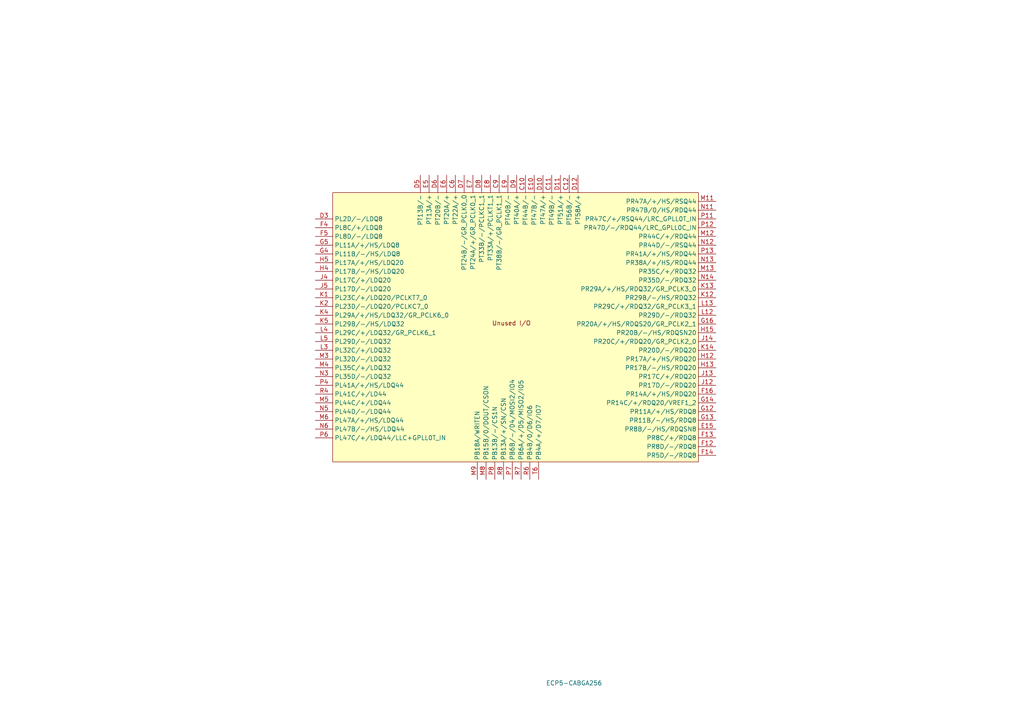
<source format=kicad_sch>
(kicad_sch (version 20250114) (generator "eeschema") (generator_version "9.0")
  (paper "A4")
  (title_block (title "Icepi zero") (date "2025-07-02") (rev "v1.2") (company "Chengyin Yao (cheyao)") (comment 1 "https://github.com/cheyao/icepi-zero") (comment 9 "OSHWA FR000026"))
  (lib_symbols
    (symbol "icepi-lib:LFE5U-25F-6BG256x"
      (property "Reference" "U" (at 48.768 1.016 0))
      (property "Value" "ECP5U-25F-CABGA256" (at 59.436 -1.27 0))
      (symbol "LFE5U-25F-6BG256x_1_1"
        (rectangle (start -47.625 10.16) (end 47.625 -10.16) (fill (type background)))
        (text "Power Block" (at -0.254 0 0) (effects (font (size 1.27 1.27))))
        (pin power_in line (at -45.72 15.24 270) (length 5.08) (name "VCC") (number "G6"))
        (pin power_in line (at -43.18 15.24 270) (length 5.08) (name "VCC") (number "G7"))
        (pin power_in line (at -40.64 15.24 270) (length 5.08) (name "VCC") (number "L8"))
        (pin power_in line (at -38.1 15.24 270) (length 5.08) (name "VCC") (number "L9"))
        (pin power_in line (at -35.56 15.24 270) (length 5.08) (name "VCC") (number "G9"))
        (pin power_in line (at -35.56 -15.24 90) (length 5.08) (name "GND") (number "A16"))
        (pin power_in line (at -33.02 15.24 270) (length 5.08) (name "VCC") (number "L10"))
        (pin power_in line (at -33.02 -15.24 90) (length 5.08) (name "GND") (number "H16"))
        (pin power_in line (at -30.48 -15.24 90) (length 5.08) (name "GND") (number "T16"))
        (pin power_in line (at -27.94 -15.24 90) (length 5.08) (name "GND") (number "D15"))
        (pin power_in line (at -25.4 15.24 270) (length 5.08) (name "VCCAUX") (number "L7"))
        (pin power_in line (at -25.4 -15.24 90) (length 5.08) (name "GND") (number "N15"))
        (pin power_in line (at -22.86 15.24 270) (length 5.08) (name "VCCAUX") (number "G11"))
        (pin power_in line (at -22.86 -15.24 90) (length 5.08) (name "GND") (number "T12"))
        (pin power_in line (at -20.32 -15.24 90) (length 5.08) (name "GND") (number "G10"))
        (pin power_in line (at -17.78 -15.24 90) (length 5.08) (name "GND") (number "H10"))
        (pin power_in line (at -15.24 15.24 270) (length 5.08) (name "VCCIO0") (number "F6"))
        (pin power_in line (at -15.24 -15.24 90) (length 5.08) (name "GND") (number "J10"))
        (pin power_in line (at -12.7 15.24 270) (length 5.08) (name "VCCIO0") (number "F7"))
        (pin power_in line (at -12.7 -15.24 90) (length 5.08) (name "GND") (number "K10"))
        (pin power_in line (at -10.16 -15.24 90) (length 5.08) (name "GND") (number "F9"))
        (pin power_in line (at -7.62 -15.24 90) (length 5.08) (name "GND") (number "H9"))
        (pin power_in line (at -5.08 15.24 270) (length 5.08) (name "VCCIO1") (number "F10"))
        (pin power_in line (at -5.08 -15.24 90) (length 5.08) (name "GND") (number "J9"))
        (pin power_in line (at -2.54 15.24 270) (length 5.08) (name "VCCIO1") (number "F11"))
        (pin power_in line (at -2.54 -15.24 90) (length 5.08) (name "GND") (number "K9"))
        (pin power_in line (at 0 -15.24 90) (length 5.08) (name "GND") (number "F8"))
        (pin power_in line (at 2.54 -15.24 90) (length 5.08) (name "GND") (number "G8"))
        (pin power_in line (at 5.08 15.24 270) (length 5.08) (name "VCCIO2") (number "J11"))
        (pin power_in line (at 5.08 -15.24 90) (length 5.08) (name "GND") (number "H8"))
        (pin power_in line (at 7.62 15.24 270) (length 5.08) (name "VCCIO2") (number "H11"))
        (pin power_in line (at 7.62 -15.24 90) (length 5.08) (name "GND") (number "J8"))
        (pin power_in line (at 10.16 -15.24 90) (length 5.08) (name "GND") (number "K8"))
        (pin power_in line (at 12.7 -15.24 90) (length 5.08) (name "GND") (number "K7"))
        (pin power_in line (at 15.24 15.24 270) (length 5.08) (name "VCCIO3") (number "L11"))
        (pin power_in line (at 15.24 -15.24 90) (length 5.08) (name "GND") (number "K6"))
        (pin power_in line (at 17.78 15.24 270) (length 5.08) (name "VCCIO3") (number "K11"))
        (pin power_in line (at 17.78 -15.24 90) (length 5.08) (name "GND") (number "T5"))
        (pin power_in line (at 20.32 -15.24 90) (length 5.08) (name "GND") (number "D2"))
        (pin power_in line (at 22.86 -15.24 90) (length 5.08) (name "GND") (number "N2"))
        (pin power_in line (at 25.4 15.24 270) (length 5.08) (name "VCCIO6") (number "J6"))
        (pin power_in line (at 25.4 -15.24 90) (length 5.08) (name "GND") (number "A1"))
        (pin power_in line (at 27.94 15.24 270) (length 5.08) (name "VCCIO6") (number "J7"))
        (pin power_in line (at 27.94 -15.24 90) (length 5.08) (name "GND") (number "H1"))
        (pin power_in line (at 30.48 -15.24 90) (length 5.08) (name "GND") (number "T1"))
        (pin power_in line (at 35.56 15.24 270) (length 5.08) (name "VCCIO7") (number "H6"))
        (pin power_in line (at 38.1 15.24 270) (length 5.08) (name "VCCIO7") (number "H7"))
        (pin power_in line (at 45.72 15.24 270) (length 5.08) (name "VCCIO8") (number "L6"))
      )
      (symbol "LFE5U-25F-6BG256x_2_1"
        (rectangle (start -7.62 5.715) (end 7.62 -5.715) (fill (type background)))
        (text "JTAG\nInterface" (at 2.032 0 0) (effects (font (size 1.27 1.27))))
        (pin output line (at -12.7 3.81 0) (length 5.08) (name "TDO") (number "M10"))
        (pin input line (at -12.7 1.27 0) (length 5.08) (name "TDI") (number "R11"))
        (pin input line (at -12.7 -1.27 0) (length 5.08) (name "TCK") (number "T10"))
        (pin input line (at -12.7 -3.81 0) (length 5.08) (name "TMS") (number "T11"))
      )
      (symbol "LFE5U-25F-6BG256x_3_1"
        (rectangle (start -25.4 8.255) (end 25.4 -8.255) (fill (type background)))
        (text "SysIO Config block" (at 8.89 -0.254 0) (effects (font (size 1.27 1.27))))
        (pin bidirectional line (at -30.48 6.35 0) (length 5.08) (name "PB15A/+/HOLDN/DI/BUSY/CSSPIN/CEN") (number "N8"))
        (pin bidirectional line (at -30.48 3.81 0) (length 5.08) (name "CCLK/MCLK/SCK") (number "N9"))
        (pin bidirectional line (at -30.48 1.27 0) (length 5.08) (name "PB11B/-/D0/MOSI/IO0") (number "T8"))
        (pin bidirectional line (at -30.48 -1.27 0) (length 5.08) (name "PB11A/+/D1/MISO/IO1") (number "T7"))
        (pin bidirectional line (at -30.48 -3.81 0) (length 5.08) (name "PL9B/-/D2/IO2") (number "M7"))
        (pin bidirectional line (at -30.48 -6.35 0) (length 5.08) (name "PL9A/+/D3/IO3") (number "N7"))
        (pin input line (at 30.48 6.35 180) (length 5.08) (name "CFG_0") (number "N10"))
        (pin input line (at 30.48 3.81 180) (length 5.08) (name "CFG_1") (number "P10"))
        (pin input line (at 30.48 1.27 180) (length 5.08) (name "CPG_2") (number "R10"))
        (pin output line (at 30.48 -1.27 180) (length 5.08) (name "DONE") (number "P9"))
        (pin bidirectional line (at 30.48 -3.81 180) (length 5.08) (name "INITN") (number "T9"))
        (pin bidirectional line (at 30.48 -6.35 180) (length 5.08) (name "PROGRAMN") (number "R9"))
      )
      (symbol "LFE5U-25F-6BG256x_4_1"
        (rectangle (start -20.32 17.145) (end 20.32 -17.145) (fill (type background)))
        (text "GPDI\nInterface" (at 11.176 0 0) (effects (font (size 1.27 1.27))))
        (pin bidirectional line (at -25.4 15.24 0) (length 5.08) (name "PR35A/+/HS/RDQ32") (number "P16"))
        (pin bidirectional line (at -25.4 12.7 0) (length 5.08) (name "PR35B/-/HS/RDQ32/VREF1_3") (number "R16"))
        (pin bidirectional line (at -25.4 10.16 0) (length 5.08) (name "PR38C/+/RDQ44") (number "R15"))
        (pin bidirectional line (at -25.4 7.62 0) (length 5.08) (name "PR38D/-/RDQ44") (number "T15"))
        (pin bidirectional line (at -25.4 5.08 0) (length 5.08) (name "PR41C/+/RDQ44") (number "R13"))
        (pin bidirectional line (at -25.4 2.54 0) (length 5.08) (name "PR41D/-/RSQ44") (number "T14"))
        (pin bidirectional line (at -25.4 0 0) (length 5.08) (name "PR44A/+/HS/RDQS44") (number "R12"))
        (pin bidirectional line (at -25.4 -2.54 0) (length 5.08) (name "PR44B/-/HS/RDQSN44") (number "T13"))
        (pin bidirectional line (at -25.4 -5.08 0) (length 5.08) (name "PL44A/+/HS/LDQS44") (number "R5"))
        (pin bidirectional line (at -25.4 -7.62 0) (length 5.08) (name "PL41D/-/LDQ44") (number "T3"))
        (pin bidirectional line (at -25.4 -10.16 0) (length 5.08) (name "PL44B/-/HS/LDQSN44") (number "T4"))
        (pin bidirectional line (at -25.4 -12.7 0) (length 5.08) (name "PL47D/-/LDQ44/LLC_GPLL0C_IN") (number "P5"))
        (pin bidirectional line (at -25.4 -15.24 0) (length 5.08) (name "PR32C/+/RDQ32") (number "L14"))
      )
      (symbol "LFE5U-25F-6BG256x_5_1"
        (rectangle (start -20.32 18.415) (end 19.685 -18.415) (fill (type background)))
        (text "USB/UART\nInterface" (at 10.16 0 0) (effects (font (size 1.27 1.27))))
        (pin bidirectional line (at -25.4 16.51 0) (length 5.08) (name "PR23C/-/RDQ20/PCLKT2_0") (number "K16"))
        (pin bidirectional line (at -25.4 13.97 0) (length 5.08) (name "PR23D/-/RDQ20/PCLKC2_0") (number "K15"))
        (pin bidirectional line (at -25.4 11.43 0) (length 5.08) (name "PR26A/+/HS/RDQ32/PCLKT3_1") (number "L16"))
        (pin bidirectional line (at -25.4 8.89 0) (length 5.08) (name "PR26B/-/HS/RDQ32/PCLKC3_1") (number "L15"))
        (pin bidirectional line (at -25.4 3.81 0) (length 5.08) (name "PR11C/+/RDQ8") (number "F15"))
        (pin bidirectional line (at -25.4 1.27 0) (length 5.08) (name "PR11D/-/RDQ8") (number "E16"))
        (pin bidirectional line (at -25.4 -1.27 0) (length 5.08) (name "PR14B/-/HS/RDQ20") (number "G15"))
        (pin bidirectional line (at -25.4 -3.81 0) (length 5.08) (name "PR14D/-/RDQ20") (number "H14"))
        (pin bidirectional line (at -25.4 -8.89 0) (length 5.08) (name "PR23A/+/HS/RDQ20/PCLKT2_1") (number "J16"))
        (pin bidirectional line (at -25.4 -11.43 0) (length 5.08) (name "PR23B/-/HS/RDQ20/PCLKC2_1") (number "J15"))
        (pin bidirectional line (at -25.4 -13.97 0) (length 5.08) (name "PR5C/+/RDQ8") (number "E14"))
        (pin bidirectional line (at -25.4 -16.51 0) (length 5.08) (name "PT51B/-") (number "E11"))
      )
      (symbol "LFE5U-25F-6BG256x_6_1"
        (rectangle (start -25.4 33.02) (end 25.4 -33.02) (fill (type background)))
        (text "SDRAM\nInterface" (at 0.254 29.464 0) (effects (font (size 1.27 1.27))))
        (pin bidirectional line (at -30.48 30.48 0) (length 5.08) (name "PT53A/+") (number "A11"))
        (pin bidirectional line (at -30.48 27.94 0) (length 5.08) (name "PT49A/+") (number "B11"))
        (pin bidirectional line (at -30.48 22.86 0) (length 5.08) (name "PT44A/+") (number "B10"))
        (pin bidirectional line (at -30.48 20.32 0) (length 5.08) (name "PT42A/+") (number "A9"))
        (pin bidirectional line (at -30.48 17.78 0) (length 5.08) (name "PT38A/+/GR_PCLK1_0") (number "B9"))
        (pin bidirectional line (at -30.48 15.24 0) (length 5.08) (name "PT29B/-/PCLKC0_0") (number "A8"))
        (pin bidirectional line (at -30.48 12.7 0) (length 5.08) (name "PT35B/-/PCLK1_0") (number "B8"))
        (pin bidirectional line (at -30.48 10.16 0) (length 5.08) (name "PT29A/+/PCLKT0_0") (number "A7"))
        (pin bidirectional line (at -30.48 7.62 0) (length 5.08) (name "PT27B/-/PCLKC0_1") (number "B7"))
        (pin bidirectional line (at -30.48 5.08 0) (length 5.08) (name "PT18B/-") (number "A6"))
        (pin bidirectional line (at -30.48 2.54 0) (length 5.08) (name "PT22B/-") (number "B6"))
        (pin bidirectional line (at -30.48 0 0) (length 5.08) (name "PT18A/+") (number "A5"))
        (pin bidirectional line (at -30.48 -2.54 0) (length 5.08) (name "PT42B/-") (number "A10"))
        (pin bidirectional line (at -30.48 -5.08 0) (length 5.08) (name "PT15B/-") (number "B5"))
        (pin bidirectional line (at -30.48 -7.62 0) (length 5.08) (name "PT6B/-") (number "A4"))
        (pin bidirectional line (at -30.48 -12.7 0) (length 5.08) (name "PT56A/+") (number "B12"))
        (pin bidirectional line (at -30.48 -15.24 0) (length 5.08) (name "PT11B/-") (number "B4"))
        (pin bidirectional line (at -30.48 -17.78 0) (length 5.08) (name "PT6A/+") (number "A3"))
        (pin bidirectional line (at -30.48 -20.32 0) (length 5.08) (name "PT67A/+") (number "B14"))
        (pin bidirectional line (at -30.48 -22.86 0) (length 5.08) (name "PT4B/-") (number "B3"))
        (pin bidirectional line (at -30.48 -25.4 0) (length 5.08) (name "PT65A/+") (number "A13"))
        (pin bidirectional line (at -30.48 -27.94 0) (length 5.08) (name "PT60A/+") (number "B13"))
        (pin bidirectional line (at -30.48 -30.48 0) (length 5.08) (name "PT53B/-") (number "A12"))
        (pin bidirectional line (at 30.48 30.48 180) (length 5.08) (name "PR2A/+/HS/RDQ8") (number "B16"))
        (pin bidirectional line (at 30.48 27.94 180) (length 5.08) (name "PR2C/+/RDQ8") (number "C14"))
        (pin bidirectional line (at 30.48 25.4 180) (length 5.08) (name "PR5A/+/HS/RDQ8") (number "C16"))
        (pin bidirectional line (at 30.48 22.86 180) (length 5.08) (name "PR5B/-/HS/RDQ8") (number "C15"))
        (pin bidirectional line (at 30.48 20.32 180) (length 5.08) (name "PR8A/+/HS/RDQS8") (number "D16"))
        (pin bidirectional line (at 30.48 17.78 180) (length 5.08) (name "PT67B/-") (number "A15"))
        (pin bidirectional line (at 30.48 15.24 180) (length 5.08) (name "PR2B/-/HS/RDQ8/S0_IN") (number "B15"))
        (pin bidirectional line (at 30.48 12.7 180) (length 5.08) (name "PT65B/-") (number "A14"))
        (pin bidirectional line (at 30.48 10.16 180) (length 5.08) (name "PT4A/+") (number "A2"))
        (pin bidirectional line (at 30.48 7.62 180) (length 5.08) (name "PL2B/-/HS/LDQ8") (number "B2"))
        (pin bidirectional line (at 30.48 5.08 180) (length 5.08) (name "PL8B/-/HS/LDQSN8") (number "E2"))
        (pin bidirectional line (at 30.48 2.54 180) (length 5.08) (name "PL8A/+/HS/LDQS8") (number "D1"))
        (pin bidirectional line (at 30.48 0 180) (length 5.08) (name "PL5B/-/HS/LDQ8") (number "C2"))
        (pin bidirectional line (at 30.48 -2.54 180) (length 5.08) (name "PL5A/+/HS/LDQ8") (number "C1"))
        (pin bidirectional line (at 30.48 -5.08 180) (length 5.08) (name "PL2C/+/LDQ8") (number "C3"))
        (pin bidirectional line (at 30.48 -7.62 180) (length 5.08) (name "PL2A/+/HS/LDQ8") (number "B1"))
      )
      (symbol "LFE5U-25F-6BG256x_7_1"
        (rectangle (start -19.05 10.16) (end 19.05 -10.16) (fill (type background)))
        (text "uSD\nInterface" (at 13.462 0 0) (effects (font (size 1.27 1.27))))
        (pin bidirectional line (at -24.13 7.62 0) (length 5.08) (name "PR38B/-/HS/RDQ44") (number "P14"))
        (pin bidirectional line (at -24.13 5.08 0) (length 5.08) (name "PR41B/-/HS/RDQ44") (number "R14"))
        (pin bidirectional line (at -24.13 2.54 0) (length 5.08) (name "PR26D/-/RDQ32/PCLKC3_0") (number "M15"))
        (pin bidirectional line (at -24.13 0 0) (length 5.08) (name "PR32D/-/RDQ32") (number "M14"))
        (pin bidirectional line (at -24.13 -2.54 0) (length 5.08) (name "PR32A/+/HS/RDQS32") (number "N16"))
        (pin bidirectional line (at -24.13 -5.08 0) (length 5.08) (name "PR32B/-/HS/RDQSN32") (number "P15"))
        (pin bidirectional line (at -24.13 -7.62 0) (length 5.08) (name "PR26C/+/RDQ32/PCLKT3_0") (number "M16"))
      )
      (symbol "LFE5U-25F-6BG256x_8_1"
        (rectangle (start -34.29 23.495) (end 34.29 -26.035) (fill (type background)))
        (text "GPIO\nInterface" (at -0.508 20.828 0) (effects (font (size 1.27 1.27))))
        (pin bidirectional line (at -39.37 21.59 0) (length 5.08) (name "PL38D/-/LDQ44") (number "T2"))
        (pin bidirectional line (at -39.37 19.05 0) (length 5.08) (name "PL38C/+/LDQ44") (number "R2"))
        (pin bidirectional line (at -39.37 16.51 0) (length 5.08) (name "PL35B/-/HS/LDQ32/VREF1_6") (number "R1"))
        (pin bidirectional line (at -39.37 11.43 0) (length 5.08) (name "PL41B/-/HS/LDQ44") (number "R3"))
        (pin bidirectional line (at -39.37 8.89 0) (length 5.08) (name "PL38B/-/HS/LDQ44") (number "P3"))
        (pin bidirectional line (at -39.37 6.35 0) (length 5.08) (name "PL32B/-/HS/LDQSN32") (number "P2"))
        (pin bidirectional line (at -39.37 1.27 0) (length 5.08) (name "PL26B/-/HS/LDQ32/PCLKC6_1") (number "L2"))
        (pin bidirectional line (at -39.37 -1.27 0) (length 5.08) (name "PL23A/+/HS/LDQ20/PCLKT7") (number "J1"))
        (pin bidirectional line (at -39.37 -3.81 0) (length 5.08) (name "PL14B/-/HS/LDQ20") (number "G2"))
        (pin bidirectional line (at -39.37 -8.89 0) (length 5.08) (name "PL14C/+/LDQ20/VREF1_7") (number "G3"))
        (pin bidirectional line (at -39.37 -11.43 0) (length 5.08) (name "PL11D/-/LDQ8") (number "E1"))
        (pin bidirectional line (at -39.37 -13.97 0) (length 5.08) (name "PL5D/-/LDQ8") (number "F3"))
        (pin bidirectional line (at -39.37 -16.51 0) (length 5.08) (name "PL5C/+/LDQ8") (number "E3"))
        (pin bidirectional line (at -39.37 -19.05 0) (length 5.08) (name "PT9A/+") (number "E4"))
        (pin bidirectional line (at -39.37 -21.59 0) (length 5.08) (name "PT9B/-") (number "D4"))
        (pin bidirectional line (at 39.37 16.51 180) (length 5.08) (name "PL35A/+/HS/LDQ32") (number "P1"))
        (pin bidirectional line (at 39.37 13.97 180) (length 5.08) (name "PL32A/+/HS/LDQS32") (number "N1"))
        (pin bidirectional line (at 39.37 11.43 180) (length 5.08) (name "PL38A/+/HS/LDQ44") (number "N4"))
        (pin bidirectional line (at 39.37 6.35 180) (length 5.08) (name "PL26C/+/LDQ32/PCLKT6_0") (number "M1"))
        (pin bidirectional line (at 39.37 3.81 180) (length 5.08) (name "PL26A/+/HS/LDQ32/PCLKT6_1") (number "L1"))
        (pin bidirectional line (at 39.37 -1.27 180) (length 5.08) (name "PL23B/-/HS/LDQ20/PCLKC7_1") (number "J2"))
        (pin bidirectional line (at 39.37 -3.81 180) (length 5.08) (name "PL20C/+/LDQS20/GR_PCLK7_0") (number "H2"))
        (pin bidirectional line (at 39.37 -6.35 180) (length 5.08) (name "PL20A/+/HS/LDQS20/GR_PCLK7_1") (number "G1"))
        (pin bidirectional line (at 39.37 -8.89 180) (length 5.08) (name "PL20D/-/LDQS20") (number "K3"))
        (pin bidirectional line (at 39.37 -13.97 180) (length 5.08) (name "PL20B/-/HS/LDQSN20") (number "J3"))
        (pin bidirectional line (at 39.37 -19.05 180) (length 5.08) (name "PL14D/-/lDQ20") (number "H3"))
        (pin bidirectional line (at 39.37 -21.59 180) (length 5.08) (name "PL14A/+/HS/LDQ20") (number "F1"))
        (pin bidirectional line (at 39.37 -24.13 180) (length 5.08) (name "PL11C/+/LDQ8") (number "F2"))
      )
      (symbol "LFE5U-25F-6BG256x_9_1"
        (rectangle (start -15.24 17.145) (end 15.24 -17.145) (fill (type background)))
        (text "MISC\nInterface" (at 6.604 2.54 0) (effects (font (size 1.27 1.27))))
        (pin bidirectional line (at -20.32 15.24 0) (length 5.08) (name "PT11A/+") (number "C4"))
        (pin bidirectional line (at -20.32 12.7 0) (length 5.08) (name "PT15A/+") (number "C5"))
        (pin bidirectional line (at -20.32 7.62 0) (length 5.08) (name "PT62B/-") (number "E13"))
        (pin bidirectional line (at -20.32 5.08 0) (length 5.08) (name "PR2D/-/RDQ8") (number "D14"))
        (pin bidirectional line (at -20.32 2.54 0) (length 5.08) (name "PT58B/-") (number "E12"))
        (pin bidirectional line (at -20.32 0 0) (length 5.08) (name "PT60B/-") (number "C13"))
        (pin bidirectional line (at -20.32 -2.54 0) (length 5.08) (name "PT62A/+") (number "D13"))
        (pin bidirectional line (at -20.32 -7.62 0) (length 5.08) (name "PT27A/+/PCLKT0_1") (number "C7"))
        (pin bidirectional line (at -20.32 -10.16 0) (length 5.08) (name "PT35A/+/PCLKT1_0") (number "C8"))
        (pin bidirectional line (at -20.32 -15.24 0) (length 5.08) (name "PL26D/-/LDQ32/PCLK6_0") (number "M2"))
      )
      (symbol "LFE5U-25F-6BG256x_10_1"
        (rectangle (start -53.34 38.1) (end 52.705 -40.005) (fill (type background)))
        (text "Unused I/O" (at -1.524 0.254 0) (effects (font (size 1.27 1.27))))
        (pin bidirectional line (at -58.42 30.48 0) (length 5.08) (name "PL2D/-/LDQ8") (number "D3"))
        (pin bidirectional line (at -58.42 27.94 0) (length 5.08) (name "PL8C/+/LDQ8") (number "F4"))
        (pin bidirectional line (at -58.42 25.4 0) (length 5.08) (name "PL8D/-/LDQ8") (number "F5"))
        (pin bidirectional line (at -58.42 22.86 0) (length 5.08) (name "PL11A/+/HS/LDQ8") (number "G5"))
        (pin bidirectional line (at -58.42 20.32 0) (length 5.08) (name "PL11B/-/HS/LDQ8") (number "G4"))
        (pin bidirectional line (at -58.42 17.78 0) (length 5.08) (name "PL17A/+/HS/LDQ20") (number "H5"))
        (pin bidirectional line (at -58.42 15.24 0) (length 5.08) (name "PL17B/-/HS/LDQ20") (number "H4"))
        (pin bidirectional line (at -58.42 12.7 0) (length 5.08) (name "PL17C/+/LDQ20") (number "J4"))
        (pin bidirectional line (at -58.42 10.16 0) (length 5.08) (name "PL17D/-/LDQ20") (number "J5"))
        (pin bidirectional line (at -58.42 7.62 0) (length 5.08) (name "PL23C/+/LDQ20/PCLKT7_0") (number "K1"))
        (pin bidirectional line (at -58.42 5.08 0) (length 5.08) (name "PL23D/-/LDQ20/PCLKC7_0") (number "K2"))
        (pin bidirectional line (at -58.42 2.54 0) (length 5.08) (name "PL29A/+/HS/LDQ32/GR_PCLK6_0") (number "K4"))
        (pin bidirectional line (at -58.42 0 0) (length 5.08) (name "PL29B/-/HS/LDQ32") (number "K5"))
        (pin bidirectional line (at -58.42 -2.54 0) (length 5.08) (name "PL29C/+/LDQ32/GR_PCLK6_1") (number "L4"))
        (pin bidirectional line (at -58.42 -5.08 0) (length 5.08) (name "PL29D/-/LDQ32") (number "L5"))
        (pin bidirectional line (at -58.42 -7.62 0) (length 5.08) (name "PL32C/+/LDQ32") (number "L3"))
        (pin bidirectional line (at -58.42 -10.16 0) (length 5.08) (name "PL32D/-/LDQ32") (number "M3"))
        (pin bidirectional line (at -58.42 -12.7 0) (length 5.08) (name "PL35C/+/LDQ32") (number "M4"))
        (pin bidirectional line (at -58.42 -15.24 0) (length 5.08) (name "PL35D/-/LDQ32") (number "N3"))
        (pin bidirectional line (at -58.42 -17.78 0) (length 5.08) (name "PL41A/+/HS/LDQ44") (number "P4"))
        (pin bidirectional line (at -58.42 -20.32 0) (length 5.08) (name "PL41C/+/LD44") (number "R4"))
        (pin bidirectional line (at -58.42 -22.86 0) (length 5.08) (name "PL44C/+/LDQ44") (number "M5"))
        (pin bidirectional line (at -58.42 -25.4 0) (length 5.08) (name "PL44D/-/LDQ44") (number "N5"))
        (pin bidirectional line (at -58.42 -27.94 0) (length 5.08) (name "PL47A/+/HS/LDQ44") (number "M6"))
        (pin bidirectional line (at -58.42 -30.48 0) (length 5.08) (name "PL47B/-/HS/LDQ44") (number "N6"))
        (pin bidirectional line (at -58.42 -33.02 0) (length 5.08) (name "PL47C/+/LDQ44/LLC+GPLL0T_IN") (number "P6"))
        (pin bidirectional line (at -27.94 43.18 270) (length 5.08) (name "PT13B/-") (number "D5"))
        (pin bidirectional line (at -25.4 43.18 270) (length 5.08) (name "PT13A/+") (number "E5"))
        (pin bidirectional line (at -22.86 43.18 270) (length 5.08) (name "PT20B/-") (number "D6"))
        (pin bidirectional line (at -20.32 43.18 270) (length 5.08) (name "PT20A/+") (number "E6"))
        (pin bidirectional line (at -17.78 43.18 270) (length 5.08) (name "PT22A/+") (number "C6"))
        (pin bidirectional line (at -15.24 43.18 270) (length 5.08) (name "PT24B/-/GR_PCLK0_0") (number "D7"))
        (pin bidirectional line (at -12.7 43.18 270) (length 5.08) (name "PT24A/+/GR_PCLK0_1") (number "E7"))
        (pin bidirectional line (at -11.43 -45.085 90) (length 5.08) (name "PB18A/WRITEN") (number "M9"))
        (pin bidirectional line (at -10.16 43.18 270) (length 5.08) (name "PT33B/-/PCLKC1_1") (number "D8"))
        (pin bidirectional line (at -8.89 -45.085 90) (length 5.08) (name "PB15B/0/DOUT/CSON") (number "M8"))
        (pin bidirectional line (at -7.62 43.18 270) (length 5.08) (name "PT33A/+/PCLKT1_1") (number "E8"))
        (pin bidirectional line (at -6.35 -45.085 90) (length 5.08) (name "PB13B/-/CS1N") (number "P8"))
        (pin bidirectional line (at -5.08 43.18 270) (length 5.08) (name "PT38B/-/GR_PCLK1_1") (number "C9"))
        (pin bidirectional line (at -3.81 -45.085 90) (length 5.08) (name "PB13A/+/SN/CSN") (number "R8"))
        (pin bidirectional line (at -2.54 43.18 270) (length 5.08) (name "PT40B/-") (number "E9"))
        (pin bidirectional line (at -1.27 -45.085 90) (length 5.08) (name "PB6B/-/D4/MOSI2/IO4") (number "P7"))
        (pin bidirectional line (at 0 43.18 270) (length 5.08) (name "PT40A/+") (number "D9"))
        (pin bidirectional line (at 1.27 -45.085 90) (length 5.08) (name "PB6A/+/D5/MISO2/IO5") (number "R7"))
        (pin bidirectional line (at 2.54 43.18 270) (length 5.08) (name "PT44B/-") (number "C10"))
        (pin bidirectional line (at 3.81 -45.085 90) (length 5.08) (name "PB4B/0/D6/IO6") (number "R6"))
        (pin bidirectional line (at 5.08 43.18 270) (length 5.08) (name "PT47B/-") (number "E10"))
        (pin bidirectional line (at 6.35 -45.085 90) (length 5.08) (name "PB4A/+/D7/IO7") (number "T6"))
        (pin bidirectional line (at 7.62 43.18 270) (length 5.08) (name "PT47A/+") (number "D10"))
        (pin bidirectional line (at 10.16 43.18 270) (length 5.08) (name "PT49B/-") (number "C11"))
        (pin bidirectional line (at 12.7 43.18 270) (length 5.08) (name "PT51A/+") (number "D11"))
        (pin bidirectional line (at 15.24 43.18 270) (length 5.08) (name "PT56B/-") (number "C12"))
        (pin bidirectional line (at 17.78 43.18 270) (length 5.08) (name "PT58A/+") (number "D12"))
        (pin bidirectional line (at 57.785 35.56 180) (length 5.08) (name "PR47A/+/HS/RSQ44") (number "M11"))
        (pin bidirectional line (at 57.785 33.02 180) (length 5.08) (name "PR47B/0/HS/RDQ44") (number "N11"))
        (pin bidirectional line (at 57.785 30.48 180) (length 5.08) (name "PR47C/+/RSQ44/LRC_GPLL0T_IN") (number "P11"))
        (pin bidirectional line (at 57.785 27.94 180) (length 5.08) (name "PR47D/-/RDQ44/LRC_GPLL0C_IN") (number "P12"))
        (pin bidirectional line (at 57.785 25.4 180) (length 5.08) (name "PR44C/+/RDQ44") (number "M12"))
        (pin bidirectional line (at 57.785 22.86 180) (length 5.08) (name "PR44D/-/RSQ44") (number "N12"))
        (pin bidirectional line (at 57.785 20.32 180) (length 5.08) (name "PR41A/+/HS/RDQ44") (number "P13"))
        (pin bidirectional line (at 57.785 17.78 180) (length 5.08) (name "PR38A/+/HS/RDQ44") (number "N13"))
        (pin bidirectional line (at 57.785 15.24 180) (length 5.08) (name "PR35C/+/RDQ32") (number "M13"))
        (pin bidirectional line (at 57.785 12.7 180) (length 5.08) (name "PR35D/-/RDQ32") (number "N14"))
        (pin bidirectional line (at 57.785 10.16 180) (length 5.08) (name "PR29A/+/HS/RDQ32/GR_PCLK3_0") (number "K13"))
        (pin bidirectional line (at 57.785 7.62 180) (length 5.08) (name "PR29B/-/HS/RDQ32") (number "K12"))
        (pin bidirectional line (at 57.785 5.08 180) (length 5.08) (name "PR29C/+/RDQ32/GR_PCLK3_1") (number "L13"))
        (pin bidirectional line (at 57.785 2.54 180) (length 5.08) (name "PR29D/-/RDQ32") (number "L12"))
        (pin bidirectional line (at 57.785 0 180) (length 5.08) (name "PR20A/+/HS/RDQS20/GR_PCLK2_1") (number "G16"))
        (pin bidirectional line (at 57.785 -2.54 180) (length 5.08) (name "PR20B/-/HS/RDQSN20") (number "H15"))
        (pin bidirectional line (at 57.785 -5.08 180) (length 5.08) (name "PR20C/+/RDQ20/GR_PCLK2_0") (number "J14"))
        (pin bidirectional line (at 57.785 -7.62 180) (length 5.08) (name "PR20D/-/RDQ20") (number "K14"))
        (pin bidirectional line (at 57.785 -10.16 180) (length 5.08) (name "PR17A/+/HS/RDQ20") (number "H12"))
        (pin bidirectional line (at 57.785 -12.7 180) (length 5.08) (name "PR17B/-/HS/RDQ20") (number "H13"))
        (pin bidirectional line (at 57.785 -15.24 180) (length 5.08) (name "PR17C/+/RDQ20") (number "J13"))
        (pin bidirectional line (at 57.785 -17.78 180) (length 5.08) (name "PR17D/-/RDQ20") (number "J12"))
        (pin bidirectional line (at 57.785 -20.32 180) (length 5.08) (name "PR14A/+/HS/RDQ20") (number "F16"))
        (pin bidirectional line (at 57.785 -22.86 180) (length 5.08) (name "PR14C/+/RDQ20/VREF1_2") (number "G14"))
        (pin bidirectional line (at 57.785 -25.4 180) (length 5.08) (name "PR11A/+/HS/RDQ8") (number "G12"))
        (pin bidirectional line (at 57.785 -27.94 180) (length 5.08) (name "PR11B/-/HS/RDQ8") (number "G13"))
        (pin bidirectional line (at 57.785 -30.48 180) (length 5.08) (name "PR8B/-/HS/RDQSN8") (number "E15"))
        (pin bidirectional line (at 57.785 -33.02 180) (length 5.08) (name "PR8C/+/RDQ8") (number "F13"))
        (pin bidirectional line (at 57.785 -35.56 180) (length 5.08) (name "PR8D/-/RDQ8") (number "F12"))
        (pin bidirectional line (at 57.785 -38.1 180) (length 5.08) (name "PR5D/-/RDQ8") (number "F14"))
      )
    )
  )
  (symbol (lib_id "icepi-lib:LFE5U-25F-6BG256x") (at 149.86 93.98 0) (unit 10)
    (property "Reference" "U1" (effects (hide yes)))
    (property "Value" "ECP5-CABGA256" (at 158.3533 198.12 0) (effects (justify left)))
    (property "Footprint" "Package_BGA:BGA-256_14.0x14.0mm_Layout16x16_P0.8mm_Ball0.45mm_Pad0.32mm_NSMD" (effects (hide yes)))
    (property "Description" "ECP5 FPGA, 24K LUTs, 1.2V, BGA-256" (effects (hide yes)))
  )
)
</source>
